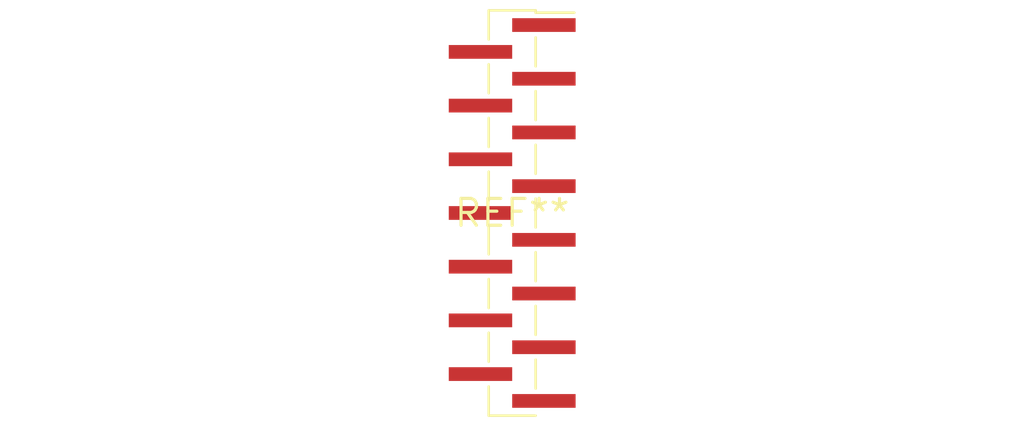
<source format=kicad_pcb>
(kicad_pcb (version 20240108) (generator pcbnew)
  (layers (0 "F.Cu" signal) (31 "B.Cu" signal) (34 "B.Paste" user) (35 "F.Paste" user) (36 "B.SilkS" user "B.Silkscreen") (37 "F.SilkS" user "F.Silkscreen") (38 "B.Mask" user) (39 "F.Mask" user) (44 "Edge.Cuts" user))
  (net 0 "")
  (footprint "PinHeader_1x15_P1.27mm_Vertical_SMD_Pin1Right" (layer "F.Cu") (at 0 0)
    (property "Reference" "REF**")
    (property "Value" "PinHeader_1x15_P1.27mm_Vertical_SMD_Pin1Right")
    (fp_line (start -1.11 -9.585) (end 1.11 -9.585) (layer "F.SilkS") (stroke (width 0.12)))
    (fp_line (start -1.11 -9.575) (end -1.11 -8.205) (layer "F.SilkS") (stroke (width 0.12)))
    (fp_line (start -1.11 -7.035) (end -1.11 -5.665) (layer "F.SilkS") (stroke (width 0.12)))
    (fp_line (start -1.11 -4.495) (end -1.11 -3.125) (layer "F.SilkS") (stroke (width 0.12)))
    (fp_line (start -1.11 -1.955) (end -1.11 -0.585) (layer "F.SilkS") (stroke (width 0.12)))
    (fp_line (start -1.11 0.585) (end -1.11 1.955) (layer "F.SilkS") (stroke (width 0.12)))
    (fp_line (start -1.11 3.125) (end -1.11 4.495) (layer "F.SilkS") (stroke (width 0.12)))
    (fp_line (start -1.11 5.665) (end -1.11 7.035) (layer "F.SilkS") (stroke (width 0.12)))
    (fp_line (start -1.11 8.205) (end -1.11 9.575) (layer "F.SilkS") (stroke (width 0.12)))
    (fp_line (start -1.11 9.475) (end -1.11 9.585) (layer "F.SilkS") (stroke (width 0.12)))
    (fp_line (start -1.11 9.585) (end 1.11 9.585) (layer "F.SilkS") (stroke (width 0.12)))
    (fp_line (start 1.11 -9.585) (end 1.11 -9.475) (layer "F.SilkS") (stroke (width 0.12)))
    (fp_line (start 1.11 -9.475) (end 2.94 -9.475) (layer "F.SilkS") (stroke (width 0.12)))
    (fp_line (start 1.11 -8.305) (end 1.11 -6.935) (layer "F.SilkS") (stroke (width 0.12)))
    (fp_line (start 1.11 -5.765) (end 1.11 -4.395) (layer "F.SilkS") (stroke (width 0.12)))
    (fp_line (start 1.11 -3.225) (end 1.11 -1.855) (layer "F.SilkS") (stroke (width 0.12)))
    (fp_line (start 1.11 -0.685) (end 1.11 0.685) (layer "F.SilkS") (stroke (width 0.12)))
    (fp_line (start 1.11 1.855) (end 1.11 3.225) (layer "F.SilkS") (stroke (width 0.12)))
    (fp_line (start 1.11 4.395) (end 1.11 5.765) (layer "F.SilkS") (stroke (width 0.12)))
    (fp_line (start 1.11 6.935) (end 1.11 8.305) (layer "F.SilkS") (stroke (width 0.12)))
    (pad "1" smd rect (at 1.5 -8.89) (size 3 0.65) (layers "F.Cu" "F.Paste" "F.Mask"))
    (pad "2" smd rect (at -1.5 -7.62) (size 3 0.65) (layers "F.Cu" "F.Paste" "F.Mask"))
    (pad "3" smd rect (at 1.5 -6.35) (size 3 0.65) (layers "F.Cu" "F.Paste" "F.Mask"))
    (pad "4" smd rect (at -1.5 -5.08) (size 3 0.65) (layers "F.Cu" "F.Paste" "F.Mask"))
    (pad "5" smd rect (at 1.5 -3.81) (size 3 0.65) (layers "F.Cu" "F.Paste" "F.Mask"))
    (pad "6" smd rect (at -1.5 -2.54) (size 3 0.65) (layers "F.Cu" "F.Paste" "F.Mask"))
    (pad "7" smd rect (at 1.5 -1.27) (size 3 0.65) (layers "F.Cu" "F.Paste" "F.Mask"))
    (pad "8" smd rect (at -1.5 0) (size 3 0.65) (layers "F.Cu" "F.Paste" "F.Mask"))
    (pad "9" smd rect (at 1.5 1.27) (size 3 0.65) (layers "F.Cu" "F.Paste" "F.Mask"))
    (pad "10" smd rect (at -1.5 2.54) (size 3 0.65) (layers "F.Cu" "F.Paste" "F.Mask"))
    (pad "11" smd rect (at 1.5 3.81) (size 3 0.65) (layers "F.Cu" "F.Paste" "F.Mask"))
    (pad "12" smd rect (at -1.5 5.08) (size 3 0.65) (layers "F.Cu" "F.Paste" "F.Mask"))
    (pad "13" smd rect (at 1.5 6.35) (size 3 0.65) (layers "F.Cu" "F.Paste" "F.Mask"))
    (pad "14" smd rect (at -1.5 7.62) (size 3 0.65) (layers "F.Cu" "F.Paste" "F.Mask"))
    (pad "15" smd rect (at 1.5 8.89) (size 3 0.65) (layers "F.Cu" "F.Paste" "F.Mask"))
  )
)
</source>
